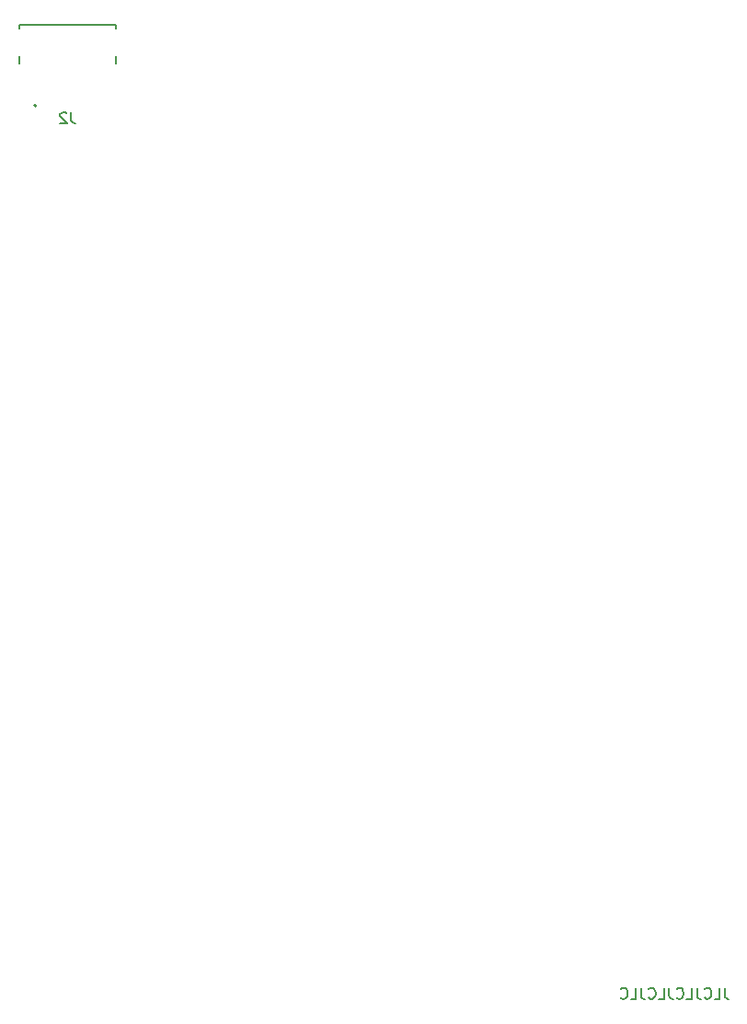
<source format=gbr>
G04 #@! TF.GenerationSoftware,KiCad,Pcbnew,8.0.4+dfsg-1*
G04 #@! TF.CreationDate,2024-12-18T13:49:38+09:00*
G04 #@! TF.ProjectId,base,62617365-2e6b-4696-9361-645f70636258,13*
G04 #@! TF.SameCoordinates,Original*
G04 #@! TF.FileFunction,Legend,Bot*
G04 #@! TF.FilePolarity,Positive*
%FSLAX46Y46*%
G04 Gerber Fmt 4.6, Leading zero omitted, Abs format (unit mm)*
G04 Created by KiCad (PCBNEW 8.0.4+dfsg-1) date 2024-12-18 13:49:38*
%MOMM*%
%LPD*%
G01*
G04 APERTURE LIST*
%ADD10C,0.150000*%
%ADD11C,0.200000*%
G04 APERTURE END LIST*
D10*
X148799048Y-133639819D02*
X148799048Y-134354104D01*
X148799048Y-134354104D02*
X148846667Y-134496961D01*
X148846667Y-134496961D02*
X148941905Y-134592200D01*
X148941905Y-134592200D02*
X149084762Y-134639819D01*
X149084762Y-134639819D02*
X149180000Y-134639819D01*
X147846667Y-134639819D02*
X148322857Y-134639819D01*
X148322857Y-134639819D02*
X148322857Y-133639819D01*
X146941905Y-134544580D02*
X146989524Y-134592200D01*
X146989524Y-134592200D02*
X147132381Y-134639819D01*
X147132381Y-134639819D02*
X147227619Y-134639819D01*
X147227619Y-134639819D02*
X147370476Y-134592200D01*
X147370476Y-134592200D02*
X147465714Y-134496961D01*
X147465714Y-134496961D02*
X147513333Y-134401723D01*
X147513333Y-134401723D02*
X147560952Y-134211247D01*
X147560952Y-134211247D02*
X147560952Y-134068390D01*
X147560952Y-134068390D02*
X147513333Y-133877914D01*
X147513333Y-133877914D02*
X147465714Y-133782676D01*
X147465714Y-133782676D02*
X147370476Y-133687438D01*
X147370476Y-133687438D02*
X147227619Y-133639819D01*
X147227619Y-133639819D02*
X147132381Y-133639819D01*
X147132381Y-133639819D02*
X146989524Y-133687438D01*
X146989524Y-133687438D02*
X146941905Y-133735057D01*
X146227619Y-133639819D02*
X146227619Y-134354104D01*
X146227619Y-134354104D02*
X146275238Y-134496961D01*
X146275238Y-134496961D02*
X146370476Y-134592200D01*
X146370476Y-134592200D02*
X146513333Y-134639819D01*
X146513333Y-134639819D02*
X146608571Y-134639819D01*
X145275238Y-134639819D02*
X145751428Y-134639819D01*
X145751428Y-134639819D02*
X145751428Y-133639819D01*
X144370476Y-134544580D02*
X144418095Y-134592200D01*
X144418095Y-134592200D02*
X144560952Y-134639819D01*
X144560952Y-134639819D02*
X144656190Y-134639819D01*
X144656190Y-134639819D02*
X144799047Y-134592200D01*
X144799047Y-134592200D02*
X144894285Y-134496961D01*
X144894285Y-134496961D02*
X144941904Y-134401723D01*
X144941904Y-134401723D02*
X144989523Y-134211247D01*
X144989523Y-134211247D02*
X144989523Y-134068390D01*
X144989523Y-134068390D02*
X144941904Y-133877914D01*
X144941904Y-133877914D02*
X144894285Y-133782676D01*
X144894285Y-133782676D02*
X144799047Y-133687438D01*
X144799047Y-133687438D02*
X144656190Y-133639819D01*
X144656190Y-133639819D02*
X144560952Y-133639819D01*
X144560952Y-133639819D02*
X144418095Y-133687438D01*
X144418095Y-133687438D02*
X144370476Y-133735057D01*
X143656190Y-133639819D02*
X143656190Y-134354104D01*
X143656190Y-134354104D02*
X143703809Y-134496961D01*
X143703809Y-134496961D02*
X143799047Y-134592200D01*
X143799047Y-134592200D02*
X143941904Y-134639819D01*
X143941904Y-134639819D02*
X144037142Y-134639819D01*
X142703809Y-134639819D02*
X143179999Y-134639819D01*
X143179999Y-134639819D02*
X143179999Y-133639819D01*
X141799047Y-134544580D02*
X141846666Y-134592200D01*
X141846666Y-134592200D02*
X141989523Y-134639819D01*
X141989523Y-134639819D02*
X142084761Y-134639819D01*
X142084761Y-134639819D02*
X142227618Y-134592200D01*
X142227618Y-134592200D02*
X142322856Y-134496961D01*
X142322856Y-134496961D02*
X142370475Y-134401723D01*
X142370475Y-134401723D02*
X142418094Y-134211247D01*
X142418094Y-134211247D02*
X142418094Y-134068390D01*
X142418094Y-134068390D02*
X142370475Y-133877914D01*
X142370475Y-133877914D02*
X142322856Y-133782676D01*
X142322856Y-133782676D02*
X142227618Y-133687438D01*
X142227618Y-133687438D02*
X142084761Y-133639819D01*
X142084761Y-133639819D02*
X141989523Y-133639819D01*
X141989523Y-133639819D02*
X141846666Y-133687438D01*
X141846666Y-133687438D02*
X141799047Y-133735057D01*
X141084761Y-133639819D02*
X141084761Y-134354104D01*
X141084761Y-134354104D02*
X141132380Y-134496961D01*
X141132380Y-134496961D02*
X141227618Y-134592200D01*
X141227618Y-134592200D02*
X141370475Y-134639819D01*
X141370475Y-134639819D02*
X141465713Y-134639819D01*
X140132380Y-134639819D02*
X140608570Y-134639819D01*
X140608570Y-134639819D02*
X140608570Y-133639819D01*
X139227618Y-134544580D02*
X139275237Y-134592200D01*
X139275237Y-134592200D02*
X139418094Y-134639819D01*
X139418094Y-134639819D02*
X139513332Y-134639819D01*
X139513332Y-134639819D02*
X139656189Y-134592200D01*
X139656189Y-134592200D02*
X139751427Y-134496961D01*
X139751427Y-134496961D02*
X139799046Y-134401723D01*
X139799046Y-134401723D02*
X139846665Y-134211247D01*
X139846665Y-134211247D02*
X139846665Y-134068390D01*
X139846665Y-134068390D02*
X139799046Y-133877914D01*
X139799046Y-133877914D02*
X139751427Y-133782676D01*
X139751427Y-133782676D02*
X139656189Y-133687438D01*
X139656189Y-133687438D02*
X139513332Y-133639819D01*
X139513332Y-133639819D02*
X139418094Y-133639819D01*
X139418094Y-133639819D02*
X139275237Y-133687438D01*
X139275237Y-133687438D02*
X139227618Y-133735057D01*
X88633333Y-53071819D02*
X88633333Y-53786104D01*
X88633333Y-53786104D02*
X88680952Y-53928961D01*
X88680952Y-53928961D02*
X88776190Y-54024200D01*
X88776190Y-54024200D02*
X88919047Y-54071819D01*
X88919047Y-54071819D02*
X89014285Y-54071819D01*
X88204761Y-53167057D02*
X88157142Y-53119438D01*
X88157142Y-53119438D02*
X88061904Y-53071819D01*
X88061904Y-53071819D02*
X87823809Y-53071819D01*
X87823809Y-53071819D02*
X87728571Y-53119438D01*
X87728571Y-53119438D02*
X87680952Y-53167057D01*
X87680952Y-53167057D02*
X87633333Y-53262295D01*
X87633333Y-53262295D02*
X87633333Y-53357533D01*
X87633333Y-53357533D02*
X87680952Y-53500390D01*
X87680952Y-53500390D02*
X88252380Y-54071819D01*
X88252380Y-54071819D02*
X87633333Y-54071819D01*
D11*
X83830000Y-45019000D02*
X83830000Y-45369000D01*
X83830000Y-47929000D02*
X83830000Y-48609000D01*
X92770000Y-45019000D02*
X83830000Y-45019000D01*
X92770000Y-45369000D02*
X92770000Y-45019000D01*
X92770000Y-47929000D02*
X92770000Y-48609000D01*
X85425000Y-52459000D02*
G75*
G02*
X85225000Y-52459000I-100000J0D01*
G01*
X85225000Y-52459000D02*
G75*
G02*
X85425000Y-52459000I100000J0D01*
G01*
M02*

</source>
